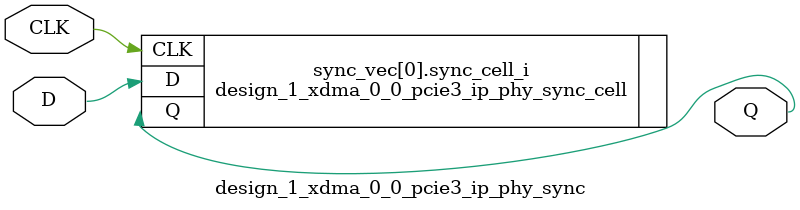
<source format=v>





`timescale 1ps / 1ps



//-------------------------------------------------------------------------------------------------
//  PHY Synchronizer Module
//-------------------------------------------------------------------------------------------------
module design_1_xdma_0_0_pcie3_ip_phy_sync #
(
    parameter integer WIDTH = 1, 
    parameter integer STAGE = 2
)
(
    //-------------------------------------------------------------------------- 
    //  Input Ports
    //-------------------------------------------------------------------------- 
    input                               CLK,
    input       [WIDTH-1:0]             D,
    
    //-------------------------------------------------------------------------- 
    //  Output Ports
    //-------------------------------------------------------------------------- 
    output      [WIDTH-1:0]             Q
);                                                        



//--------------------------------------------------------------------------------------------------
//  Generate Synchronizer - Begin
//--------------------------------------------------------------------------------------------------
genvar i;

generate for (i=0; i<WIDTH; i=i+1) 

    begin : sync_vec

    //----------------------------------------------------------------------
    //  Synchronizer
    //----------------------------------------------------------------------
design_1_xdma_0_0_pcie3_ip_phy_sync_cell #
    (
        .STAGE                            (STAGE)
    )    
    sync_cell_i
    (
        //------------------------------------------------------------------
        //  Input Ports
        //------------------------------------------------------------------
        .CLK                              (CLK),
        .D                                (D[i]),

        //------------------------------------------------------------------
        //  Output Ports
        //------------------------------------------------------------------
        .Q                                (Q[i])
    );
 
    end   
      
endgenerate 
//--------------------------------------------------------------------------------------------------
//  Generate - End
//--------------------------------------------------------------------------------------------------



endmodule





</source>
